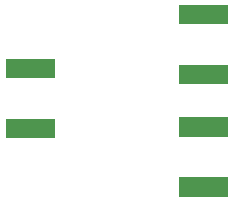
<source format=gbs>
G04 #@! TF.GenerationSoftware,KiCad,Pcbnew,5.0.1*
G04 #@! TF.CreationDate,2018-12-27T15:12:00+01:00*
G04 #@! TF.ProjectId,6dBSplitter,36644253706C69747465722E6B696361,rev?*
G04 #@! TF.SameCoordinates,Original*
G04 #@! TF.FileFunction,Soldermask,Bot*
G04 #@! TF.FilePolarity,Negative*
%FSLAX46Y46*%
G04 Gerber Fmt 4.6, Leading zero omitted, Abs format (unit mm)*
G04 Created by KiCad (PCBNEW 5.0.1) date Do 27 Dez 2018 15:12:00 CET*
%MOMM*%
%LPD*%
G01*
G04 APERTURE LIST*
%ADD10C,0.100000*%
G04 APERTURE END LIST*
D10*
G36*
X130988000Y-105588000D02*
X126822000Y-105588000D01*
X126822000Y-103962000D01*
X130988000Y-103962000D01*
X130988000Y-105588000D01*
X130988000Y-105588000D01*
G37*
G36*
X116383000Y-100635000D02*
X112217000Y-100635000D01*
X112217000Y-99009000D01*
X116383000Y-99009000D01*
X116383000Y-100635000D01*
X116383000Y-100635000D01*
G37*
G36*
X130988000Y-100508000D02*
X126822000Y-100508000D01*
X126822000Y-98882000D01*
X130988000Y-98882000D01*
X130988000Y-100508000D01*
X130988000Y-100508000D01*
G37*
G36*
X130988000Y-96063000D02*
X126822000Y-96063000D01*
X126822000Y-94437000D01*
X130988000Y-94437000D01*
X130988000Y-96063000D01*
X130988000Y-96063000D01*
G37*
G36*
X116383000Y-95555000D02*
X112217000Y-95555000D01*
X112217000Y-93929000D01*
X116383000Y-93929000D01*
X116383000Y-95555000D01*
X116383000Y-95555000D01*
G37*
G36*
X130988000Y-90983000D02*
X126822000Y-90983000D01*
X126822000Y-89357000D01*
X130988000Y-89357000D01*
X130988000Y-90983000D01*
X130988000Y-90983000D01*
G37*
M02*

</source>
